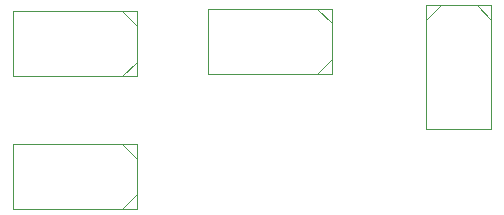
<source format=gbr>
%TF.GenerationSoftware,KiCad,Pcbnew,(6.0.7)*%
%TF.CreationDate,2023-08-08T19:22:38-05:00*%
%TF.ProjectId,PowerDistrubutionBoard,506f7765-7244-4697-9374-727562757469,rev?*%
%TF.SameCoordinates,Original*%
%TF.FileFunction,Paste,Top*%
%TF.FilePolarity,Positive*%
%FSLAX46Y46*%
G04 Gerber Fmt 4.6, Leading zero omitted, Abs format (unit mm)*
G04 Created by KiCad (PCBNEW (6.0.7)) date 2023-08-08 19:22:38*
%MOMM*%
%LPD*%
G01*
G04 APERTURE LIST*
%ADD10C,0.120000*%
G04 APERTURE END LIST*
D10*
%TO.C,T2*%
X143250000Y-91500000D02*
X144500000Y-90250000D01*
X143250000Y-86000000D02*
X144500000Y-87250000D01*
X144500000Y-91500000D02*
X134000000Y-91500000D01*
X134000000Y-91500000D02*
X134000000Y-86000000D01*
X134000000Y-86000000D02*
X144500000Y-86000000D01*
X144500000Y-86000000D02*
X144500000Y-91500000D01*
%TO.C,T3*%
X174530000Y-86750000D02*
X173280000Y-85500000D01*
X169030000Y-86750000D02*
X170280000Y-85500000D01*
X174530000Y-85500000D02*
X169030000Y-85500000D01*
X169030000Y-85500000D02*
X169030000Y-96000000D01*
X169030000Y-96000000D02*
X174530000Y-96000000D01*
X174530000Y-96000000D02*
X174530000Y-85500000D01*
%TO.C,T4*%
X159750000Y-91280000D02*
X161000000Y-90030000D01*
X159750000Y-85780000D02*
X161000000Y-87030000D01*
X161000000Y-91280000D02*
X150500000Y-91280000D01*
X150500000Y-91280000D02*
X150500000Y-85780000D01*
X150500000Y-85780000D02*
X161000000Y-85780000D01*
X161000000Y-85780000D02*
X161000000Y-91280000D01*
%TO.C,T1*%
X143250000Y-97250000D02*
X144500000Y-98500000D01*
X143250000Y-102750000D02*
X144500000Y-101500000D01*
X144500000Y-102750000D02*
X134000000Y-102750000D01*
X134000000Y-102750000D02*
X134000000Y-97250000D01*
X134000000Y-97250000D02*
X144500000Y-97250000D01*
X144500000Y-97250000D02*
X144500000Y-102750000D01*
%TD*%
M02*

</source>
